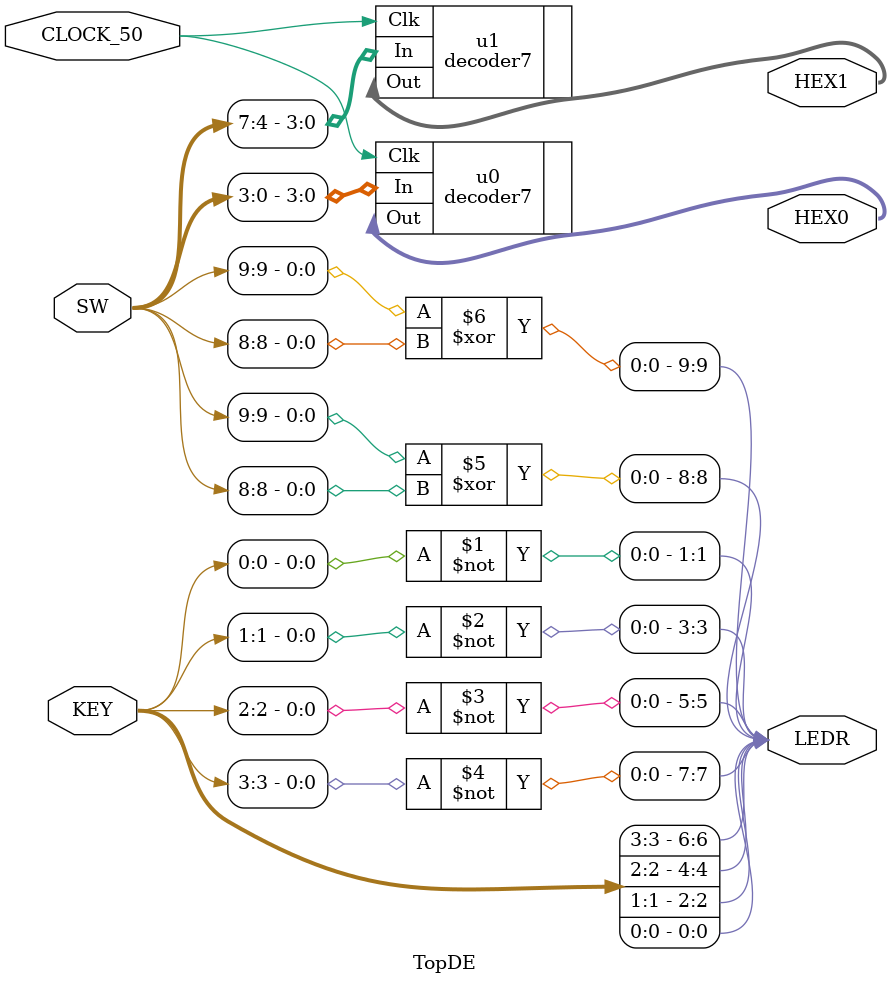
<source format=v>
/* TopDE.v */

/*****************************************
*    UnB - OAC - Prof. Marcus Lamar      *
*    Laboratório 2 - DE1-SoC   			  *
*    Exemplo 1                           *
*****************************************/

// Este exemplo visa apresentar as facilidades de IO
// da plataforma de desenvolvimento Intel - DE1-SoC


module TopDE (
	input 		 CLOCK_50,
	input  [9:0] SW, 
	input  [3:0] KEY,
	output [9:0] LEDR, 
	output [6:0] HEX0, HEX1 
	);


	assign LEDR[0] = KEY[0];
	assign LEDR[1] = ~KEY[0];
	assign LEDR[2] = KEY[1];
	assign LEDR[3] = ~KEY[1];
	assign LEDR[4] = KEY[2];
	assign LEDR[5] = ~KEY[2];
	assign LEDR[6] = KEY[3];
	assign LEDR[7] = ~KEY[3];


	xor x1 (LEDR[8],SW[9],SW[8]); // Exemplos de definição de portas lógicas
	assign LEDR[9]=SW[9]^SW[8];
		
	decoder7 u0 (.In(SW[3:0]),  .Out(HEX0), .Clk(CLOCK_50));
	decoder7 u1 (.In(SW[7:4]),  .Out(HEX1), .Clk(CLOCK_50));

endmodule

</source>
